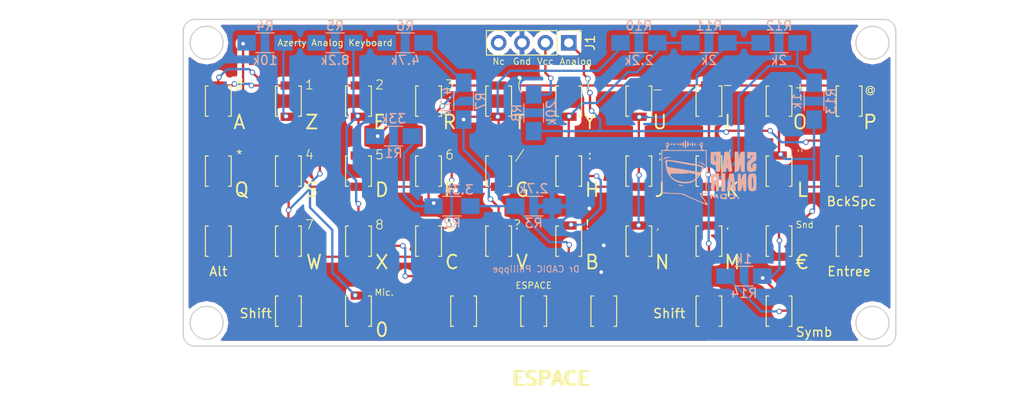
<source format=kicad_pcb>
(kicad_pcb (version 4) (host pcbnew 4.0.7)
  (layers (0 F.Cu signal) (31 B.Cu signal) (34 B.Paste user) (35 F.Paste user) (36 B.SilkS user) (37 F.SilkS user) (38 B.Mask user) (39 F.Mask user) (44 Edge.Cuts user))
  (net 0 "")
  (net 1 GND)
  (net 2 Analog_Input)
  (net 3 Vcc)
  (net 4 "Net-(0_1-Pad1)")
  (net 5 "Net-(A1-Pad1)")
  (net 6 "Net-(A1-Pad2)")
  (net 7 "Net-(Alt1-Pad2)")
  (net 8 "Net-(B1-Pad1)")
  (net 9 "Net-(BkSp1-Pad2)")
  (net 10 "Net-(C1-Pad1)")
  (net 11 "Net-(D1-Pad1)")
  (net 12 "Net-(EUR1-Pad1)")
  (net 13 "Net-(G1-Pad1)")
  (net 14 "Net-(I1-Pad1)")
  (net 15 "Net-(J2-Pad1)")
  (module stm32china:SW_SPST_B3U-1000P (layer F.Cu) (at 151.13 109.22 270)
    (fp_text reference ESPACE (at -2.794 -7.62 360) (layer F.SilkS) (effects (font (size 0.7 0.7) (thickness 0.1))))
    (fp_text value SW_Push_45deg)
    (pad 1 smd rect (at -1.7 0 270) (size 0.9 1.7) (layers F.Cu F.Paste F.Mask) (net 11 "Net-(D1-Pad1)"))
    (pad 2 smd rect (at 1.7 0 270) (size 0.9 1.7) (layers F.Cu F.Paste F.Mask) (net 1 GND))
  )
  (module stm32china:SW_SPST_B3U-1000P (layer F.Cu) (at 158.75 109.22 270)
    (fp_text reference ESPACE (at 7.3406 -2.0066 360) (layer F.SilkS) (effects (font (size 1.5 1.5) (thickness 0.2))))
    (fp_text value SW_Push_45deg)
    (pad 1 smd rect (at -1.7 0 270) (size 0.9 1.7) (layers F.Cu F.Paste F.Mask) (net 11 "Net-(D1-Pad1)"))
    (pad 2 smd rect (at 1.7 0 270) (size 0.9 1.7) (layers F.Cu F.Paste F.Mask) (net 1 GND))
  )
  (module stm32china:SW_SPST_B3U-1000P (layer F.Cu) (at 139.7 109.22 270)
    (fp_text reference 0 (at 2.032 -2.54 360) (layer F.SilkS) (effects (font (size 1.5 1.5) (thickness 0.2))))
    (fp_text value SW_Push_45deg)
    (pad 1 smd rect (at -1.7 0 270) (size 0.9 1.7) (layers F.Cu F.Paste F.Mask) (net 4 "Net-(0_1-Pad1)"))
    (pad 2 smd rect (at 1.7 0 270) (size 0.9 1.7) (layers F.Cu F.Paste F.Mask) (net 1 GND))
  )
  (module stm32china:SW_SPST_B3U-1000P (layer F.Cu) (at 124.46 86.36 90)
    (fp_text reference A (at -2.286 2.286 180) (layer F.SilkS) (effects (font (size 1.5 1.5) (thickness 0.2))))
    (fp_text value SW_Push_45deg)
    (pad 1 smd rect (at -1.7 0 90) (size 0.9 1.7) (layers F.Cu F.Paste F.Mask) (net 5 "Net-(A1-Pad1)"))
    (pad 2 smd rect (at 1.7 0 90) (size 0.9 1.7) (layers F.Cu F.Paste F.Mask) (net 6 "Net-(A1-Pad2)"))
  )
  (module stm32china:SW_SPST_B3U-1000P (layer F.Cu) (at 124.46 101.6 90)
    (fp_text reference Alt (at -3.302 0 180) (layer F.SilkS))
    (fp_text value SW_Push_45deg)
    (pad 1 smd rect (at -1.7 0 90) (size 0.9 1.7) (layers F.Cu F.Paste F.Mask) (net 5 "Net-(A1-Pad1)"))
    (pad 2 smd rect (at 1.7 0 90) (size 0.9 1.7) (layers F.Cu F.Paste F.Mask) (net 7 "Net-(Alt1-Pad2)"))
  )
  (module stm32china:SW_SPST_B3U-1000P (layer F.Cu) (at 162.56 101.6 270)
    (fp_text reference B (at 2.286 -2.54 360) (layer F.SilkS) (effects (font (size 1.5 1.5) (thickness 0.2))))
    (fp_text value SW_Push_45deg)
    (pad 1 smd rect (at -1.7 0 270) (size 0.9 1.7) (layers F.Cu F.Paste F.Mask) (net 8 "Net-(B1-Pad1)"))
    (pad 2 smd rect (at 1.7 0 270) (size 0.9 1.7) (layers F.Cu F.Paste F.Mask) (net 7 "Net-(Alt1-Pad2)"))
  )
  (module stm32china:SW_SPST_B3U-1000P (layer F.Cu) (at 193.04 93.98 270)
    (fp_text reference BckSpc (at 3.302 -0.254 360) (layer F.SilkS))
    (fp_text value SW_Push_45deg)
    (pad 1 smd rect (at -1.7 0 270) (size 0.9 1.7) (layers F.Cu F.Paste F.Mask) (net 2 Analog_Input))
    (pad 2 smd rect (at 1.7 0 270) (size 0.9 1.7) (layers F.Cu F.Paste F.Mask) (net 9 "Net-(BkSp1-Pad2)"))
  )
  (module stm32china:SW_SPST_B3U-1000P (layer F.Cu) (at 147.32 101.6 270)
    (fp_text reference C (at 2.286 -2.54 360) (layer F.SilkS) (effects (font (size 1.5 1.5) (thickness 0.2))))
    (fp_text value SW_Push_45deg)
    (pad 1 smd rect (at -1.7 0 270) (size 0.9 1.7) (layers F.Cu F.Paste F.Mask) (net 10 "Net-(C1-Pad1)"))
    (pad 2 smd rect (at 1.7 0 270) (size 0.9 1.7) (layers F.Cu F.Paste F.Mask) (net 7 "Net-(Alt1-Pad2)"))
  )
  (module stm32china:SW_SPST_B3U-1000P (layer F.Cu) (at 139.7 93.98 270)
    (fp_text reference D (at 2.032 -2.54 360) (layer F.SilkS) (effects (font (size 1.5 1.5) (thickness 0.2))))
    (fp_text value SW_Push_45deg)
    (pad 1 smd rect (at -1.7 0 270) (size 0.9 1.7) (layers F.Cu F.Paste F.Mask) (net 11 "Net-(D1-Pad1)"))
    (pad 2 smd rect (at 1.7 0 270) (size 0.9 1.7) (layers F.Cu F.Paste F.Mask) (net 9 "Net-(BkSp1-Pad2)"))
  )
  (module stm32china:SW_SPST_B3U-1000P (layer F.Cu) (at 139.7 86.36 90)
    (fp_text reference E (at -2.286 2.286 180) (layer F.SilkS) (effects (font (size 1.5 1.5) (thickness 0.2))))
    (fp_text value SW_Push_45deg)
    (pad 1 smd rect (at -1.7 0 90) (size 0.9 1.7) (layers F.Cu F.Paste F.Mask) (net 11 "Net-(D1-Pad1)"))
    (pad 2 smd rect (at 1.7 0 90) (size 0.9 1.7) (layers F.Cu F.Paste F.Mask) (net 6 "Net-(A1-Pad2)"))
  )
  (module stm32china:SW_SPST_B3U-1000P (layer F.Cu) (at 185.42 101.6 270)
    (fp_text reference € (at 2.286 -2.54 360) (layer F.SilkS) (effects (font (size 1.5 1.5) (thickness 0.2))))
    (fp_text value SW_Push_45deg)
    (pad 1 smd rect (at -1.7 0 270) (size 0.9 1.7) (layers F.Cu F.Paste F.Mask) (net 12 "Net-(EUR1-Pad1)"))
    (pad 2 smd rect (at 1.7 0 270) (size 0.9 1.7) (layers F.Cu F.Paste F.Mask) (net 7 "Net-(Alt1-Pad2)"))
  )
  (module stm32china:SW_SPST_B3U-1000P (layer F.Cu) (at 147.32 93.98 270)
    (fp_text reference F (at 2.032 -2.286 360) (layer F.SilkS) (effects (font (size 1.5 1.5) (thickness 0.2))))
    (fp_text value SW_Push_45deg)
    (pad 1 smd rect (at -1.7 0 270) (size 0.9 1.7) (layers F.Cu F.Paste F.Mask) (net 10 "Net-(C1-Pad1)"))
    (pad 2 smd rect (at 1.7 0 270) (size 0.9 1.7) (layers F.Cu F.Paste F.Mask) (net 9 "Net-(BkSp1-Pad2)"))
  )
  (module stm32china:SW_SPST_B3U-1000P (layer F.Cu) (at 154.94 93.98 270)
    (fp_text reference G (at 2.032 -2.54 360) (layer F.SilkS) (effects (font (size 1.5 1.5) (thickness 0.2))))
    (fp_text value SW_Push_45deg)
    (pad 1 smd rect (at -1.7 0 270) (size 0.9 1.7) (layers F.Cu F.Paste F.Mask) (net 13 "Net-(G1-Pad1)"))
    (pad 2 smd rect (at 1.7 0 270) (size 0.9 1.7) (layers F.Cu F.Paste F.Mask) (net 9 "Net-(BkSp1-Pad2)"))
  )
  (module stm32china:SW_SPST_B3U-1000P (layer F.Cu) (at 162.56 93.98 270)
    (fp_text reference H (at 2.032 -2.54 360) (layer F.SilkS) (effects (font (size 1.5 1.5) (thickness 0.2))))
    (fp_text value SW_Push_45deg)
    (pad 1 smd rect (at -1.7 0 270) (size 0.9 1.7) (layers F.Cu F.Paste F.Mask) (net 8 "Net-(B1-Pad1)"))
    (pad 2 smd rect (at 1.7 0 270) (size 0.9 1.7) (layers F.Cu F.Paste F.Mask) (net 9 "Net-(BkSp1-Pad2)"))
  )
  (module stm32china:SW_SPST_B3U-1000P (layer F.Cu) (at 177.8 86.36 90)
    (fp_text reference I (at -2.286 2.032 180) (layer F.SilkS) (effects (font (size 1.5 1.5) (thickness 0.2))))
    (fp_text value SW_Push_45deg)
    (pad 1 smd rect (at -1.7 0 90) (size 0.9 1.7) (layers F.Cu F.Paste F.Mask) (net 14 "Net-(I1-Pad1)"))
    (pad 2 smd rect (at 1.7 0 90) (size 0.9 1.7) (layers F.Cu F.Paste F.Mask) (net 6 "Net-(A1-Pad2)"))
  )
  (module Socket_Strips:Socket_Strip_Straight_1x04_Pitch2.54mm (layer F.Cu) (at 162.56 80.01 270)
    (fp_text reference J1 (at 0 -2.33 270) (layer F.SilkS))
    (fp_text value AtinyCon)
    (pad 1 thru_hole rect (at 0 0 270) (size 1.7 1.7) (drill 1) (layers *.Cu *.Mask) (net 2 Analog_Input))
    (pad 2 thru_hole oval (at 0 2.54 270) (size 1.7 1.7) (drill 1) (layers *.Cu *.Mask) (net 3 Vcc))
    (pad 3 thru_hole oval (at 0 5.08 270) (size 1.7 1.7) (drill 1) (layers *.Cu *.Mask) (net 1 GND))
    (pad 4 thru_hole oval (at 0 7.62 270) (size 1.7 1.7) (drill 1) (layers *.Cu *.Mask))
  )
  (module stm32china:SW_SPST_B3U-1000P (layer F.Cu) (at 170.18 93.98 270)
    (fp_text reference J (at 2.032 -2.286 360) (layer F.SilkS) (effects (font (size 1.5 1.5) (thickness 0.2))))
    (fp_text value SW_Push_45deg)
    (pad 1 smd rect (at -1.7 0 270) (size 0.9 1.7) (layers F.Cu F.Paste F.Mask) (net 15 "Net-(J2-Pad1)"))
    (pad 2 smd rect (at 1.7 0 270) (size 0.9 1.7) (layers F.Cu F.Paste F.Mask) (net 9 "Net-(BkSp1-Pad2)"))
  )
  (module stm32china:SW_SPST_B3U-1000P (layer F.Cu) (at 177.8 93.98 270)
    (fp_text reference K (at 2.032 -2.54 360) (layer F.SilkS) (effects (font (size 1.5 1.5) (thickness 0.2))))
    (fp_text value SW_Push_45deg)
    (pad 1 smd rect (at -1.7 0 270) (size 0.9 1.7) (layers F.Cu F.Paste F.Mask) (net 14 "Net-(I1-Pad1)"))
    (pad 2 smd rect (at 1.7 0 270) (size 0.9 1.7) (layers F.Cu F.Paste F.Mask) (net 9 "Net-(BkSp1-Pad2)"))
  )
  (module stm32china:SW_SPST_B3U-1000P (layer F.Cu) (at 185.42 93.98 270)
    (fp_text reference L (at 2.032 -2.54 360) (layer F.SilkS) (effects (font (size 1.5 1.5) (thickness 0.2))))
    (fp_text value SW_Push_45deg)
    (pad 1 smd rect (at -1.7 0 270) (size 0.9 1.7) (layers F.Cu F.Paste F.Mask) (net 12 "Net-(EUR1-Pad1)"))
    (pad 2 smd rect (at 1.7 0 270) (size 0.9 1.7) (layers F.Cu F.Paste F.Mask) (net 9 "Net-(BkSp1-Pad2)"))
  )
  (module stm32china:SW_SPST_B3U-1000P (layer F.Cu) (at 177.8 101.6 90)
    (fp_text reference M (at -2.286 2.54 180) (layer F.SilkS) (effects (font (size 1.5 1.5) (thickness 0.2))))
    (fp_text value SW_Push_45deg)
    (pad 1 smd rect (at -1.7 0 90) (size 0.9 1.7) (layers F.Cu F.Paste F.Mask) (net 14 "Net-(I1-Pad1)"))
    (pad 2 smd rect (at 1.7 0 90) (size 0.9 1.7) (layers F.Cu F.Paste F.Mask) (net 7 "Net-(Alt1-Pad2)"))
  )
  (module stm32china:SW_SPST_B3U-1000P (layer F.Cu) (at 170.18 101.6 270)
    (fp_text reference N (at 2.286 -2.54 360) (layer F.SilkS) (effects (font (size 1.5 1.5) (thickness 0.2))))
    (fp_text value SW_Push_45deg)
    (pad 1 smd rect (at -1.7 0 270) (size 0.9 1.7) (layers F.Cu F.Paste F.Mask) (net 15 "Net-(J2-Pad1)"))
    (pad 2 smd rect (at 1.7 0 270) (size 0.9 1.7) (layers F.Cu F.Paste F.Mask) (net 7 "Net-(Alt1-Pad2)"))
  )
  (module stm32china:SW_SPST_B3U-1000P (layer F.Cu) (at 185.42 86.36 90)
    (fp_text reference O (at -2.286 2.286 180) (layer F.SilkS) (effects (font (size 1.5 1.5) (thickness 0.2))))
    (fp_text value SW_Push_45deg)
    (pad 1 smd rect (at -1.7 0 90) (size 0.9 1.7) (layers F.Cu F.Paste F.Mask) (net 12 "Net-(EUR1-Pad1)"))
    (pad 2 smd rect (at 1.7 0 90) (size 0.9 1.7) (layers F.Cu F.Paste F.Mask) (net 6 "Net-(A1-Pad2)"))
  )
  (module stm32china:SW_SPST_B3U-1000P (layer F.Cu) (at 193.04 86.36 90)
    (fp_text reference P (at -2.286 2.286 180) (layer F.SilkS) (effects (font (size 1.5 1.5) (thickness 0.2))))
    (fp_text value SW_Push_45deg)
    (pad 1 smd rect (at -1.7 0 90) (size 0.9 1.7) (layers F.Cu F.Paste F.Mask) (net 2 Analog_Input))
    (pad 2 smd rect (at 1.7 0 90) (size 0.9 1.7) (layers F.Cu F.Paste F.Mask) (net 6 "Net-(A1-Pad2)"))
  )
  (module stm32china:SW_SPST_B3U-1000P (layer F.Cu) (at 124.46 93.98 270)
    (fp_text reference Q (at 2.032 -2.54 360) (layer F.SilkS) (effects (font (size 1.5 1.5) (thickness 0.2))))
    (fp_text value SW_Push_45deg)
    (pad 1 smd rect (at -1.7 0 270) (size 0.9 1.7) (layers F.Cu F.Paste F.Mask) (net 5 "Net-(A1-Pad1)"))
    (pad 2 smd rect (at 1.7 0 270) (size 0.9 1.7) (layers F.Cu F.Paste F.Mask) (net 9 "Net-(BkSp1-Pad2)"))
  )
  (module Resistors_SMD:R_1206_HandSoldering (layer B.Cu) (at 143.51 90.17)
    (fp_text reference R1 (at 0 1.85) (layer B.SilkS) (effects (justify mirror)))
    (fp_text value 33k (at 0 -1.9) (layer B.SilkS) (effects (justify mirror)))
    (pad 1 smd rect (at -2 0) (size 2 1.7) (layers B.Cu B.Paste B.Mask) (net 6 "Net-(A1-Pad2)"))
    (pad 2 smd rect (at 2 0) (size 2 1.7) (layers B.Cu B.Paste B.Mask) (net 9 "Net-(BkSp1-Pad2)"))
  )
  (module Resistors_SMD:R_1206_HandSoldering (layer B.Cu) (at 149.86 97.79)
    (fp_text reference R2 (at 0 1.85) (layer B.SilkS) (effects (justify mirror)))
    (fp_text value 3.3k (at 0.762 -1.778) (layer B.SilkS) (effects (justify mirror)))
    (pad 1 smd rect (at -2 0) (size 2 1.7) (layers B.Cu B.Paste B.Mask) (net 9 "Net-(BkSp1-Pad2)"))
    (pad 2 smd rect (at 2 0) (size 2 1.7) (layers B.Cu B.Paste B.Mask) (net 7 "Net-(Alt1-Pad2)"))
  )
  (module Resistors_SMD:R_1206_HandSoldering (layer B.Cu) (at 158.75 97.79)
    (fp_text reference R3 (at 0 1.85) (layer B.SilkS) (effects (justify mirror)))
    (fp_text value 2.7k (at 0 -1.9) (layer B.SilkS) (effects (justify mirror)))
    (pad 1 smd rect (at -2 0) (size 2 1.7) (layers B.Cu B.Paste B.Mask) (net 7 "Net-(Alt1-Pad2)"))
    (pad 2 smd rect (at 2 0) (size 2 1.7) (layers B.Cu B.Paste B.Mask) (net 1 GND))
  )
  (module Resistors_SMD:R_1206_HandSoldering (layer B.Cu) (at 129.54 80.01 180)
    (fp_text reference R4 (at 0 1.85 180) (layer B.SilkS) (effects (justify mirror)))
    (fp_text value 10k (at 0 -1.9 180) (layer B.SilkS) (effects (justify mirror)))
    (pad 1 smd rect (at -2 0 180) (size 2 1.7) (layers B.Cu B.Paste B.Mask) (net 4 "Net-(0_1-Pad1)"))
    (pad 2 smd rect (at 2 0 180) (size 2 1.7) (layers B.Cu B.Paste B.Mask) (net 5 "Net-(A1-Pad1)"))
  )
  (module Resistors_SMD:R_1206_HandSoldering (layer B.Cu) (at 137.16 80.01 180)
    (fp_text reference R5 (at 0 1.85 180) (layer B.SilkS) (effects (justify mirror)))
    (fp_text value 8.2k (at 0 -1.9 180) (layer B.SilkS) (effects (justify mirror)))
    (pad 1 smd rect (at -2 0 180) (size 2 1.7) (layers B.Cu B.Paste B.Mask) (net 11 "Net-(D1-Pad1)"))
    (pad 2 smd rect (at 2 0 180) (size 2 1.7) (layers B.Cu B.Paste B.Mask) (net 4 "Net-(0_1-Pad1)"))
  )
  (module Resistors_SMD:R_1206_HandSoldering (layer B.Cu) (at 144.78 80.01 180)
    (fp_text reference R6 (at 0 1.85 180) (layer B.SilkS) (effects (justify mirror)))
    (fp_text value 4.7k (at 0 -1.9 180) (layer B.SilkS) (effects (justify mirror)))
    (pad 1 smd rect (at -2 0 180) (size 2 1.7) (layers B.Cu B.Paste B.Mask) (net 10 "Net-(C1-Pad1)"))
    (pad 2 smd rect (at 2 0 180) (size 2 1.7) (layers B.Cu B.Paste B.Mask) (net 11 "Net-(D1-Pad1)"))
  )
  (module Resistors_SMD:R_1206_HandSoldering (layer B.Cu) (at 151.13 86.36 90)
    (fp_text reference R7 (at 0 1.85 90) (layer B.SilkS) (effects (justify mirror)))
    (fp_text value 4.7k (at 0 -1.9 90) (layer B.SilkS) (effects (justify mirror)))
    (pad 1 smd rect (at -2 0 90) (size 2 1.7) (layers B.Cu B.Paste B.Mask) (net 13 "Net-(G1-Pad1)"))
    (pad 2 smd rect (at 2 0 90) (size 2 1.7) (layers B.Cu B.Paste B.Mask) (net 10 "Net-(C1-Pad1)"))
  )
  (module Resistors_SMD:R_1206_HandSoldering (layer B.Cu) (at 158.75 87.63 270)
    (fp_text reference R8 (at 0 1.85 270) (layer B.SilkS) (effects (justify mirror)))
    (fp_text value 20k (at 0 -1.9 270) (layer B.SilkS) (effects (justify mirror)))
    (pad 1 smd rect (at -2 0 270) (size 2 1.7) (layers B.Cu B.Paste B.Mask) (net 3 Vcc))
    (pad 2 smd rect (at 2 0 270) (size 2 1.7) (layers B.Cu B.Paste B.Mask) (net 2 Analog_Input))
  )
  (module stm32china:SW_SPST_B3U-1000P (layer F.Cu) (at 147.32 86.36 90)
    (fp_text reference R (at -2.286 2.286 180) (layer F.SilkS) (effects (font (size 1.5 1.5) (thickness 0.2))))
    (fp_text value SW_Push_45deg)
    (pad 1 smd rect (at -1.7 0 90) (size 0.9 1.7) (layers F.Cu F.Paste F.Mask) (net 10 "Net-(C1-Pad1)"))
    (pad 2 smd rect (at 1.7 0 90) (size 0.9 1.7) (layers F.Cu F.Paste F.Mask) (net 6 "Net-(A1-Pad2)"))
  )
  (module Resistors_SMD:R_1206_HandSoldering (layer B.Cu) (at 170.18 80.01 180)
    (fp_text reference R10 (at 0 1.85 180) (layer B.SilkS) (effects (justify mirror)))
    (fp_text value 2.2k (at 0 -1.9 180) (layer B.SilkS) (effects (justify mirror)))
    (pad 1 smd rect (at -2 0 180) (size 2 1.7) (layers B.Cu B.Paste B.Mask) (net 8 "Net-(B1-Pad1)"))
    (pad 2 smd rect (at 2 0 180) (size 2 1.7) (layers B.Cu B.Paste B.Mask) (net 13 "Net-(G1-Pad1)"))
  )
  (module Resistors_SMD:R_1206_HandSoldering (layer B.Cu) (at 177.8 80.01 180)
    (fp_text reference R11 (at 0 1.85 180) (layer B.SilkS) (effects (justify mirror)))
    (fp_text value 2k (at 0 -1.9 180) (layer B.SilkS) (effects (justify mirror)))
    (pad 1 smd rect (at -2 0 180) (size 2 1.7) (layers B.Cu B.Paste B.Mask) (net 15 "Net-(J2-Pad1)"))
    (pad 2 smd rect (at 2 0 180) (size 2 1.7) (layers B.Cu B.Paste B.Mask) (net 8 "Net-(B1-Pad1)"))
  )
  (module Resistors_SMD:R_1206_HandSoldering (layer B.Cu) (at 185.42 80.01 180)
    (fp_text reference R12 (at 0 1.85 180) (layer B.SilkS) (effects (justify mirror)))
    (fp_text value 2k (at 0 -1.9 180) (layer B.SilkS) (effects (justify mirror)))
    (pad 1 smd rect (at -2 0 180) (size 2 1.7) (layers B.Cu B.Paste B.Mask) (net 14 "Net-(I1-Pad1)"))
    (pad 2 smd rect (at 2 0 180) (size 2 1.7) (layers B.Cu B.Paste B.Mask) (net 15 "Net-(J2-Pad1)"))
  )
  (module Resistors_SMD:R_1206_HandSoldering (layer B.Cu) (at 189.23 86.36 90)
    (fp_text reference R13 (at 0 1.85 90) (layer B.SilkS) (effects (justify mirror)))
    (fp_text value 1k (at 0 -1.9 90) (layer B.SilkS) (effects (justify mirror)))
    (pad 1 smd rect (at -2 0 90) (size 2 1.7) (layers B.Cu B.Paste B.Mask) (net 12 "Net-(EUR1-Pad1)"))
    (pad 2 smd rect (at 2 0 90) (size 2 1.7) (layers B.Cu B.Paste B.Mask) (net 14 "Net-(I1-Pad1)"))
  )
  (module Resistors_SMD:R_1206_HandSoldering (layer B.Cu) (at 181.61 105.41)
    (fp_text reference R14 (at 0 1.85) (layer B.SilkS) (effects (justify mirror)))
    (fp_text value 1k (at 0 -1.9) (layer B.SilkS) (effects (justify mirror)))
    (pad 1 smd rect (at -2 0) (size 2 1.7) (layers B.Cu B.Paste B.Mask) (net 2 Analog_Input))
    (pad 2 smd rect (at 2 0) (size 2 1.7) (layers B.Cu B.Paste B.Mask) (net 12 "Net-(EUR1-Pad1)"))
  )
  (module stm32china:SW_SPST_B3U-1000P (layer F.Cu) (at 193.04 101.6 270)
    (fp_text reference Entree (at 3.302 0 360) (layer F.SilkS))
    (fp_text value SW_Push_45deg)
    (pad 1 smd rect (at -1.7 0 270) (size 0.9 1.7) (layers F.Cu F.Paste F.Mask) (net 2 Analog_Input))
    (pad 2 smd rect (at 1.7 0 270) (size 0.9 1.7) (layers F.Cu F.Paste F.Mask) (net 7 "Net-(Alt1-Pad2)"))
  )
  (module stm32china:SW_SPST_B3U-1000P (layer F.Cu) (at 132.08 93.98 90)
    (fp_text reference S (at -2.032 2.54 180) (layer F.SilkS) (effects (font (size 1.5 1.5) (thickness 0.2))))
    (fp_text value SW_Push_45deg)
    (pad 1 smd rect (at -1.7 0 90) (size 0.9 1.7) (layers F.Cu F.Paste F.Mask) (net 4 "Net-(0_1-Pad1)"))
    (pad 2 smd rect (at 1.7 0 90) (size 0.9 1.7) (layers F.Cu F.Paste F.Mask) (net 9 "Net-(BkSp1-Pad2)"))
  )
  (module stm32china:SW_SPST_B3U-1000P (layer F.Cu) (at 132.08 109.22 270)
    (fp_text reference Shift (at 0.254 3.556 360) (layer F.SilkS))
    (fp_text value SW_Push_45deg)
    (pad 1 smd rect (at -1.7 0 270) (size 0.9 1.7) (layers F.Cu F.Paste F.Mask) (net 5 "Net-(A1-Pad1)"))
    (pad 2 smd rect (at 1.7 0 270) (size 0.9 1.7) (layers F.Cu F.Paste F.Mask) (net 1 GND))
  )
  (module stm32china:SW_SPST_B3U-1000P (layer F.Cu) (at 177.8 109.22 90)
    (fp_text reference Shift (at -0.254 -4.318 180) (layer F.SilkS))
    (fp_text value SW_Push_45deg)
    (pad 1 smd rect (at -1.7 0 90) (size 0.9 1.7) (layers F.Cu F.Paste F.Mask) (net 2 Analog_Input))
    (pad 2 smd rect (at 1.7 0 90) (size 0.9 1.7) (layers F.Cu F.Paste F.Mask) (net 1 GND))
  )
  (module stm32china:SW_SPST_B3U-1000P (layer F.Cu) (at 166.37 109.22 270)
    (fp_text reference ESPACE (at 7.3406 5.8674 360) (layer F.SilkS) (effects (font (size 1.5 1.5) (thickness 0.2))))
    (fp_text value SW_Push_45deg)
    (pad 1 smd rect (at -1.7 0 270) (size 0.9 1.7) (layers F.Cu F.Paste F.Mask) (net 11 "Net-(D1-Pad1)"))
    (pad 2 smd rect (at 1.7 0 270) (size 0.9 1.7) (layers F.Cu F.Paste F.Mask) (net 1 GND))
  )
  (module stm32china:SW_SPST_B3U-1000P (layer F.Cu) (at 185.42 109.22 270)
    (fp_text reference Symb (at 2.286 -3.81 360) (layer F.SilkS))
    (fp_text value SW_Push_45deg)
    (pad 1 smd rect (at -1.7 0 270) (size 0.9 1.7) (layers F.Cu F.Paste F.Mask) (net 12 "Net-(EUR1-Pad1)"))
    (pad 2 smd rect (at 1.7 0 270) (size 0.9 1.7) (layers F.Cu F.Paste F.Mask) (net 1 GND))
  )
  (module stm32china:SW_SPST_B3U-1000P (layer F.Cu) (at 154.94 86.36 90)
    (fp_text reference T (at -2.286 2.286 180) (layer F.SilkS) (effects (font (size 1.5 1.5) (thickness 0.2))))
    (fp_text value SW_Push_45deg)
    (pad 1 smd rect (at -1.7 0 90) (size 0.9 1.7) (layers F.Cu F.Paste F.Mask) (net 13 "Net-(G1-Pad1)"))
    (pad 2 smd rect (at 1.7 0 90) (size 0.9 1.7) (layers F.Cu F.Paste F.Mask) (net 6 "Net-(A1-Pad2)"))
  )
  (module stm32china:SW_SPST_B3U-1000P (layer F.Cu) (at 170.18 86.36 90)
    (fp_text reference U (at -2.286 2.286 180) (layer F.SilkS) (effects (font (size 1.5 1.5) (thickness 0.2))))
    (fp_text value SW_Push_45deg)
    (pad 1 smd rect (at -1.7 0 90) (size 0.9 1.7) (layers F.Cu F.Paste F.Mask) (net 15 "Net-(J2-Pad1)"))
    (pad 2 smd rect (at 1.7 0 90) (size 0.9 1.7) (layers F.Cu F.Paste F.Mask) (net 6 "Net-(A1-Pad2)"))
  )
  (module stm32china:SW_SPST_B3U-1000P (layer F.Cu) (at 154.94 101.6 270)
    (fp_text reference V (at 2.286 -2.54 360) (layer F.SilkS) (effects (font (size 1.5 1.5) (thickness 0.2))))
    (fp_text value SW_Push_45deg)
    (pad 1 smd rect (at -1.7 0 270) (size 0.9 1.7) (layers F.Cu F.Paste F.Mask) (net 13 "Net-(G1-Pad1)"))
    (pad 2 smd rect (at 1.7 0 270) (size 0.9 1.7) (layers F.Cu F.Paste F.Mask) (net 7 "Net-(Alt1-Pad2)"))
  )
  (module stm32china:SW_SPST_B3U-1000P (layer F.Cu) (at 132.08 101.6 270)
    (fp_text reference W (at 2.286 -2.794 360) (layer F.SilkS) (effects (font (size 1.5 1.5) (thickness 0.2))))
    (fp_text value SW_Push_45deg)
    (pad 1 smd rect (at -1.7 0 270) (size 0.9 1.7) (layers F.Cu F.Paste F.Mask) (net 4 "Net-(0_1-Pad1)"))
    (pad 2 smd rect (at 1.7 0 270) (size 0.9 1.7) (layers F.Cu F.Paste F.Mask) (net 7 "Net-(Alt1-Pad2)"))
  )
  (module stm32china:SW_SPST_B3U-1000P (layer F.Cu) (at 139.7 101.6 270)
    (fp_text reference X (at 2.286 -2.54 360) (layer F.SilkS) (effects (font (size 1.5 1.5) (thickness 0.2))))
    (fp_text value SW_Push_45deg)
    (pad 1 smd rect (at -1.7 0 270) (size 0.9 1.7) (layers F.Cu F.Paste F.Mask) (net 11 "Net-(D1-Pad1)"))
    (pad 2 smd rect (at 1.7 0 270) (size 0.9 1.7) (layers F.Cu F.Paste F.Mask) (net 7 "Net-(Alt1-Pad2)"))
  )
  (module stm32china:SW_SPST_B3U-1000P (layer F.Cu) (at 162.56 86.36 90)
    (fp_text reference Y (at -2.286 2.286 180) (layer F.SilkS) (effects (font (size 1.5 1.5) (thickness 0.2))))
    (fp_text value SW_Push_45deg)
    (pad 1 smd rect (at -1.7 0 90) (size 0.9 1.7) (layers F.Cu F.Paste F.Mask) (net 8 "Net-(B1-Pad1)"))
    (pad 2 smd rect (at 1.7 0 90) (size 0.9 1.7) (layers F.Cu F.Paste F.Mask) (net 6 "Net-(A1-Pad2)"))
  )
  (module stm32china:SW_SPST_B3U-1000P (layer F.Cu) (at 132.08 86.36 90)
    (fp_text reference Z (at -2.286 2.54 180) (layer F.SilkS) (effects (font (size 1.5 1.5) (thickness 0.2))))
    (fp_text value SW_Push_45deg)
    (pad 1 smd rect (at -1.7 0 90) (size 0.9 1.7) (layers F.Cu F.Paste F.Mask) (net 4 "Net-(0_1-Pad1)"))
    (pad 2 smd rect (at 1.7 0 90) (size 0.9 1.7) (layers F.Cu F.Paste F.Mask) (net 6 "Net-(A1-Pad2)"))
  )
  (module stm32china:SOA_Logo (layer B.Cu) (at 177.8 94.234 180)
    (fp_text reference G*** hide)
    (fp_text value LOGO hide)
  )
  (gr_text Mic. (at 142.494 107.188) (layer F.SilkS) (effects (font (size 0.7 0.7) (thickness 0.1))))
  (gr_text Nc (at 154.94 82.042) (layer F.SilkS) (effects (font (size 0.7 0.7) (thickness 0.1))))
  (gr_text Analog (at 163.322 82.042) (layer F.SilkS) (effects (font (size 0.7 0.7) (thickness 0.1))))
  (gr_text Vcc (at 160.02 82.042) (layer F.SilkS) (effects (font (size 0.7 0.7) (thickness 0.1))))
  (gr_text Gnd (at 157.48 82.042) (layer F.SilkS) (effects (font (size 0.7 0.7) (thickness 0.1))))
  (gr_text Snd (at 188.214 99.822) (layer F.SilkS) (effects (font (size 0.7 0.7) (thickness 0.1))))
  (gr_text . (at 179.832 99.822) (layer F.SilkS) (effects (font (size 1 1) (thickness 0.1))))
  (gr_text , (at 172.212 99.822) (layer F.SilkS) (effects (font (size 1 1) (thickness 0.1))))
  (gr_text ! (at 164.592 99.822) (layer F.SilkS) (effects (font (size 1 1) (thickness 0.1))))
  (gr_text ? (at 156.972 99.822) (layer F.SilkS) (effects (font (size 1 1) (thickness 0.1))))
  (gr_text 9 (at 149.606 100.076) (layer F.SilkS) (effects (font (size 1 1) (thickness 0.1))))
  (gr_text 8 (at 141.986 99.822) (layer F.SilkS) (effects (font (size 1 1) (thickness 0.1))))
  (gr_text 7 (at 134.366 99.822) (layer F.SilkS) (effects (font (size 1 1) (thickness 0.1))))
  (gr_text "\"" (at 187.706 92.202) (layer F.SilkS) (effects (font (size 1 1) (thickness 0.1))))
  (gr_text ' (at 180.086 92.202) (layer F.SilkS) (effects (font (size 1 1) (thickness 0.1))))
  (gr_text ; (at 172.466 92.202) (layer F.SilkS) (effects (font (size 1 1) (thickness 0.1))))
  (gr_text : (at 164.846 92.202) (layer F.SilkS) (effects (font (size 1 1) (thickness 0.1))))
  (gr_text / (at 157.226 92.202) (layer F.SilkS) (effects (font (size 1 1) (thickness 0.1))))
  (gr_text 6 (at 149.606 92.202) (layer F.SilkS) (effects (font (size 1 1) (thickness 0.1))))
  (gr_text 5 (at 141.986 92.202) (layer F.SilkS) (effects (font (size 1 1) (thickness 0.1))))
  (gr_text 4 (at 134.366 92.202) (layer F.SilkS) (effects (font (size 1 1) (thickness 0.1))))
  (gr_text * (at 126.746 92.202) (layer F.SilkS) (effects (font (size 1 1) (thickness 0.1))))
  (gr_text @ (at 195.326 85.09) (layer F.SilkS) (effects (font (size 1 1) (thickness 0.1))))
  (gr_text + (at 187.706 84.836) (layer F.SilkS) (effects (font (size 1 1) (thickness 0.1))))
  (gr_text - (at 179.832 84.582) (layer F.SilkS) (effects (font (size 1 1) (thickness 0.1))))
  (gr_text _ (at 172.212 84.582) (layer F.SilkS) (effects (font (size 1 1) (thickness 0.1))))
  (gr_text ")" (at 164.592 84.582) (layer F.SilkS) (effects (font (size 1 1) (thickness 0.1))))
  (gr_text "(" (at 157.226 84.582) (layer F.SilkS) (effects (font (size 1 1) (thickness 0.1))))
  (gr_text 3 (at 149.606 84.582) (layer F.SilkS) (effects (font (size 1 1) (thickness 0.1))))
  (gr_text 2 (at 141.986 84.582) (layer F.SilkS) (effects (font (size 1 1) (thickness 0.1))))
  (gr_text 1 (at 134.366 84.582) (layer F.SilkS) (effects (font (size 1 1) (thickness 0.1))))
  (gr_text "#" (at 126.746 84.582) (layer F.SilkS) (effects (font (size 1 1) (thickness 0.1))))
  (gr_text "Dr CADIC Philippe" (at 159.004 104.648) (layer B.SilkS) (effects (font (size 0.7 0.7) (thickness 0.1)) (justify mirror)))
  (gr_text "Azerty Analog Keyboard" (at 137.16 80.01) (layer F.SilkS) (effects (font (size 0.7 0.7) (thickness 0.1))))
  (gr_circle (center 195.58 80.01) (end 196.85 78.74) (layer Edge.Cuts) (width 0.15))
  (gr_circle (center 123.19 80.01) (end 124.46 78.74) (layer Edge.Cuts) (width 0.15))
  (gr_arc (start 121.92 78.74) (end 120.65 78.74) (angle 90) (layer Edge.Cuts) (width 0.15))
  (gr_arc (start 196.85 78.74) (end 196.85 77.47) (angle 90) (layer Edge.Cuts) (width 0.15))
  (gr_line (start 198.12 82.55) (end 198.12 78.74) (angle 90) (layer Edge.Cuts) (width 0.15))
  (gr_line (start 120.65 82.55) (end 120.65 78.74) (angle 90) (layer Edge.Cuts) (width 0.15))
  (gr_line (start 196.85 77.47) (end 121.92 77.47) (angle 90) (layer Edge.Cuts) (width 0.15))
  (gr_circle (center 195.58 110.49) (end 196.85 109.22) (layer Edge.Cuts) (width 0.15))
  (gr_circle (center 123.19 110.49) (end 124.46 109.22) (layer Edge.Cuts) (width 0.15))
  (gr_arc (start 196.85 111.76) (end 198.12 111.76) (angle 90) (layer Edge.Cuts) (width 0.15))
  (gr_arc (start 121.92 111.76) (end 121.92 113.03) (angle 90) (layer Edge.Cuts) (width 0.15))
  (gr_line (start 120.65 111.76) (end 120.65 82.55) (angle 90) (layer Edge.Cuts) (width 0.15))
  (gr_line (start 196.85 113.03) (end 121.92 113.03) (angle 90) (layer Edge.Cuts) (width 0.15))
  (gr_line (start 198.12 82.55) (end 198.12 111.76) (angle 90) (layer Edge.Cuts) (width 0.15))
  (segment (start 160.75 97.79) (end 160.75 95.0148) (width 0.25) (layer B.Cu) (net 1))
  (segment (start 157.48 83.5406) (end 157.48 80.01) (width 0.25) (layer F.Cu) (net 1))
  (segment (start 157.2006 83.82) (end 157.48 83.5406) (width 0.25) (layer F.Cu) (net 1))
  (via (at 157.2006 83.82) (size 0.6) (drill 0.4) (layers F.Cu B.Cu) (net 1))
  (segment (start 157.0736 83.947) (end 157.2006 83.82) (width 0.25) (layer B.Cu) (net 1))
  (segment (start 157.0736 91.3384) (end 157.0736 83.947) (width 0.25) (layer B.Cu) (net 1))
  (segment (start 160.75 95.0148) (end 157.0736 91.3384) (width 0.25) (layer B.Cu) (net 1))
  (segment (start 160.75 97.79) (end 164.5412 97.79) (width 0.25) (layer B.Cu) (net 1))
  (segment (start 168.6324 107.52) (end 171.3212 107.52) (width 0.25) (layer F.Cu) (net 1))
  (segment (start 166.0906 104.9782) (end 168.6324 107.52) (width 0.25) (layer F.Cu) (net 1))
  (via (at 166.0906 104.9782) (size 0.6) (drill 0.4) (layers F.Cu B.Cu) (net 1))
  (segment (start 166.0906 102.3366) (end 166.0906 104.9782) (width 0.25) (layer B.Cu) (net 1))
  (segment (start 166.37 102.0572) (end 166.0906 102.3366) (width 0.25) (layer B.Cu) (net 1))
  (via (at 166.37 102.0572) (size 0.6) (drill 0.4) (layers F.Cu B.Cu) (net 1))
  (segment (start 166.37 99.6188) (end 166.37 102.0572) (width 0.25) (layer F.Cu) (net 1))
  (segment (start 164.7952 98.044) (end 166.37 99.6188) (width 0.25) (layer F.Cu) (net 1))
  (via (at 164.7952 98.044) (size 0.6) (drill 0.4) (layers F.Cu B.Cu) (net 1))
  (segment (start 164.5412 97.79) (end 164.7952 98.044) (width 0.25) (layer B.Cu) (net 1))
  (segment (start 177.8 107.52) (end 178.4114 107.52) (width 0.25) (layer F.Cu) (net 1))
  (segment (start 178.4114 107.52) (end 181.8114 110.92) (width 0.25) (layer F.Cu) (net 1))
  (segment (start 181.8114 110.92) (end 185.42 110.92) (width 0.25) (layer F.Cu) (net 1))
  (segment (start 162.5854 110.9454) (end 167.8958 110.9454) (width 0.25) (layer F.Cu) (net 1))
  (segment (start 171.3212 107.52) (end 177.8 107.52) (width 0.25) (layer F.Cu) (net 1))
  (segment (start 167.8958 110.9454) (end 171.3212 107.52) (width 0.25) (layer F.Cu) (net 1))
  (segment (start 139.7 110.92) (end 162.56 110.92) (width 0.25) (layer F.Cu) (net 1))
  (segment (start 162.56 110.92) (end 162.5854 110.9454) (width 0.25) (layer F.Cu) (net 1))
  (segment (start 132.08 110.92) (end 139.7 110.92) (width 0.25) (layer F.Cu) (net 1))
  (segment (start 165.9636 89.63) (end 165.9636 88.3412) (width 0.25) (layer B.Cu) (net 2))
  (segment (start 164.211 81.661) (end 162.56 80.01) (width 0.25) (layer F.Cu) (net 2))
  (segment (start 164.211 83.4644) (end 164.211 81.661) (width 0.25) (layer F.Cu) (net 2))
  (segment (start 164.6428 83.8962) (end 164.211 83.4644) (width 0.25) (layer F.Cu) (net 2))
  (via (at 164.6428 83.8962) (size 0.6) (drill 0.4) (layers F.Cu B.Cu) (net 2))
  (segment (start 164.6428 85.217) (end 164.6428 83.8962) (width 0.25) (layer B.Cu) (net 2))
  (segment (start 164.8714 85.4456) (end 164.6428 85.217) (width 0.25) (layer B.Cu) (net 2))
  (via (at 164.8714 85.4456) (size 0.6) (drill 0.4) (layers F.Cu B.Cu) (net 2))
  (segment (start 164.8714 87.249) (end 164.8714 85.4456) (width 0.25) (layer F.Cu) (net 2))
  (segment (start 165.0492 87.4268) (end 164.8714 87.249) (width 0.25) (layer F.Cu) (net 2))
  (via (at 165.0492 87.4268) (size 0.6) (drill 0.4) (layers F.Cu B.Cu) (net 2))
  (segment (start 165.9636 88.3412) (end 165.0492 87.4268) (width 0.25) (layer B.Cu) (net 2))
  (segment (start 193.04 92.28) (end 193.04 88.06) (width 0.25) (layer F.Cu) (net 2))
  (segment (start 158.75 89.63) (end 165.9636 89.63) (width 0.25) (layer B.Cu) (net 2))
  (segment (start 165.9636 89.63) (end 179.5714 89.63) (width 0.25) (layer B.Cu) (net 2))
  (segment (start 191.4126 90.6526) (end 193.04 92.28) (width 0.25) (layer F.Cu) (net 2))
  (segment (start 188.5188 90.6526) (end 191.4126 90.6526) (width 0.25) (layer F.Cu) (net 2))
  (segment (start 188.341 90.8304) (end 188.5188 90.6526) (width 0.25) (layer F.Cu) (net 2))
  (via (at 188.341 90.8304) (size 0.6) (drill 0.4) (layers F.Cu B.Cu) (net 2))
  (segment (start 185.6994 90.8304) (end 188.341 90.8304) (width 0.25) (layer B.Cu) (net 2))
  (segment (start 184.4548 89.5858) (end 185.6994 90.8304) (width 0.25) (layer B.Cu) (net 2))
  (via (at 184.4548 89.5858) (size 0.6) (drill 0.4) (layers F.Cu B.Cu) (net 2))
  (segment (start 179.832 89.5858) (end 184.4548 89.5858) (width 0.25) (layer F.Cu) (net 2))
  (segment (start 179.6796 89.7382) (end 179.832 89.5858) (width 0.25) (layer F.Cu) (net 2))
  (via (at 179.6796 89.7382) (size 0.6) (drill 0.4) (layers F.Cu B.Cu) (net 2))
  (segment (start 179.5714 89.63) (end 179.6796 89.7382) (width 0.25) (layer B.Cu) (net 2))
  (segment (start 179.61 105.41) (end 179.6542 105.41) (width 0.25) (layer B.Cu) (net 2))
  (segment (start 179.6542 105.41) (end 183.4896 109.2454) (width 0.25) (layer B.Cu) (net 2))
  (segment (start 183.4896 109.2454) (end 185.4454 109.2454) (width 0.25) (layer B.Cu) (net 2))
  (via (at 185.4454 109.2454) (size 0.6) (drill 0.4) (layers F.Cu B.Cu) (net 2))
  (segment (start 185.4454 109.2454) (end 185.5216 109.1692) (width 0.25) (layer F.Cu) (net 2))
  (segment (start 185.5216 109.1692) (end 190.246 109.1692) (width 0.25) (layer F.Cu) (net 2))
  (segment (start 190.246 109.1692) (end 191.0842 108.331) (width 0.25) (layer F.Cu) (net 2))
  (segment (start 191.0842 108.331) (end 192.1256 108.331) (width 0.25) (layer F.Cu) (net 2))
  (segment (start 195.453 97.3836) (end 195.453 105.5116) (width 0.25) (layer F.Cu) (net 2))
  (segment (start 177.8 111.633) (end 177.8 110.92) (width 0.25) (layer F.Cu) (net 2))
  (segment (start 178.2064 112.0394) (end 177.8 111.633) (width 0.25) (layer F.Cu) (net 2))
  (segment (start 188.4172 112.0394) (end 178.2064 112.0394) (width 0.25) (layer F.Cu) (net 2))
  (segment (start 192.1256 108.331) (end 188.4172 112.0394) (width 0.25) (layer F.Cu) (net 2))
  (segment (start 192.6336 108.331) (end 192.1256 108.331) (width 0.25) (layer F.Cu) (net 2))
  (segment (start 195.453 105.5116) (end 192.6336 108.331) (width 0.25) (layer F.Cu) (net 2))
  (segment (start 193.04 99.9) (end 193.04 99.7966) (width 0.25) (layer F.Cu) (net 2))
  (segment (start 193.04 99.7966) (end 195.453 97.3836) (width 0.25) (layer F.Cu) (net 2))
  (segment (start 195.453 97.3836) (end 195.453 90.0176) (width 0.25) (layer F.Cu) (net 2))
  (segment (start 195.453 90.0176) (end 193.4954 88.06) (width 0.25) (layer F.Cu) (net 2))
  (segment (start 193.4954 88.06) (end 193.04 88.06) (width 0.25) (layer F.Cu) (net 2))
  (segment (start 158.75 85.63) (end 160.4452 85.63) (width 0.25) (layer B.Cu) (net 3))
  (segment (start 160.02 83.2866) (end 160.02 80.01) (width 0.25) (layer F.Cu) (net 3))
  (segment (start 160.6042 83.8708) (end 160.02 83.2866) (width 0.25) (layer F.Cu) (net 3))
  (via (at 160.6042 83.8708) (size 0.6) (drill 0.4) (layers F.Cu B.Cu) (net 3))
  (segment (start 160.6042 85.471) (end 160.6042 83.8708) (width 0.25) (layer B.Cu) (net 3))
  (segment (start 160.4452 85.63) (end 160.6042 85.471) (width 0.25) (layer B.Cu) (net 3))
  (segment (start 134.4295 95.8977) (end 134.4295 97.9551) (width 0.25) (layer B.Cu) (net 4))
  (segment (start 139.3444 107.4928) (end 139.3716 107.52) (width 0.25) (layer F.Cu) (net 4))
  (via (at 139.3444 107.4928) (size 0.6) (drill 0.4) (layers F.Cu B.Cu) (net 4))
  (segment (start 136.8552 105.0036) (end 139.3444 107.4928) (width 0.25) (layer B.Cu) (net 4))
  (segment (start 136.8552 100.3808) (end 136.8552 105.0036) (width 0.25) (layer B.Cu) (net 4))
  (segment (start 134.4295 97.9551) (end 136.8552 100.3808) (width 0.25) (layer B.Cu) (net 4))
  (segment (start 139.3716 107.52) (end 139.7 107.52) (width 0.25) (layer F.Cu) (net 4))
  (segment (start 132.1054 98.2218) (end 132.1054 95.7054) (width 0.25) (layer F.Cu) (net 4))
  (segment (start 132.1054 95.7054) (end 132.08 95.68) (width 0.25) (layer F.Cu) (net 4))
  (segment (start 132.08 88.06) (end 132.2814 88.06) (width 0.25) (layer F.Cu) (net 4))
  (segment (start 132.2814 88.06) (end 135.509 91.2876) (width 0.25) (layer F.Cu) (net 4))
  (segment (start 132.08 98.2472) (end 132.08 99.9) (width 0.25) (layer F.Cu) (net 4))
  (segment (start 132.1054 98.2218) (end 132.08 98.2472) (width 0.25) (layer F.Cu) (net 4))
  (via (at 132.1054 98.2218) (size 0.6) (drill 0.4) (layers F.Cu B.Cu) (net 4))
  (segment (start 134.4422 95.885) (end 134.4295 95.8977) (width 0.25) (layer B.Cu) (net 4))
  (segment (start 134.4295 95.8977) (end 132.1054 98.2218) (width 0.25) (layer B.Cu) (net 4))
  (segment (start 134.4422 95.3262) (end 134.4422 95.885) (width 0.25) (layer B.Cu) (net 4))
  (segment (start 135.509 94.2594) (end 134.4422 95.3262) (width 0.25) (layer B.Cu) (net 4))
  (via (at 135.509 94.2594) (size 0.6) (drill 0.4) (layers F.Cu B.Cu) (net 4))
  (segment (start 135.509 91.2876) (end 135.509 94.2594) (width 0.25) (layer F.Cu) (net 4))
  (segment (start 131.54 80.01) (end 135.16 80.01) (width 0.25) (layer B.Cu) (net 4))
  (segment (start 131.54 80.01) (end 131.54 87.725) (width 0.25) (layer B.Cu) (net 4))
  (segment (start 131.826 88.011) (end 131.875 88.06) (width 0.25) (layer F.Cu) (net 4))
  (via (at 131.826 88.011) (size 0.6) (drill 0.4) (layers F.Cu B.Cu) (net 4))
  (segment (start 131.54 87.725) (end 131.826 88.011) (width 0.25) (layer B.Cu) (net 4))
  (segment (start 131.875 88.06) (end 132.08 88.06) (width 0.25) (layer F.Cu) (net 4))
  (segment (start 124.46 103.3) (end 124.46 104.267) (width 0.25) (layer F.Cu) (net 5))
  (segment (start 127.713 107.52) (end 132.08 107.52) (width 0.25) (layer F.Cu) (net 5))
  (segment (start 124.46 104.267) (end 127.713 107.52) (width 0.25) (layer F.Cu) (net 5))
  (segment (start 124.46 92.28) (end 124.1534 92.28) (width 0.25) (layer F.Cu) (net 5))
  (segment (start 124.1534 92.28) (end 122.6566 93.7768) (width 0.25) (layer F.Cu) (net 5))
  (segment (start 122.6566 101.4966) (end 124.46 103.3) (width 0.25) (layer F.Cu) (net 5))
  (segment (start 122.6566 93.7768) (end 122.6566 101.4966) (width 0.25) (layer F.Cu) (net 5))
  (segment (start 124.46 88.06) (end 124.46 92.28) (width 0.25) (layer F.Cu) (net 5))
  (segment (start 124.46 88.06) (end 125.2746 88.06) (width 0.25) (layer F.Cu) (net 5))
  (segment (start 125.2746 88.06) (end 127.1524 86.1822) (width 0.25) (layer F.Cu) (net 5))
  (segment (start 127.1524 86.1822) (end 127.1524 80.1116) (width 0.25) (layer F.Cu) (net 5))
  (via (at 127.1524 80.1116) (size 0.6) (drill 0.4) (layers F.Cu B.Cu) (net 5))
  (segment (start 127.1524 80.1116) (end 127.254 80.01) (width 0.25) (layer B.Cu) (net 5))
  (segment (start 127.254 80.01) (end 127.54 80.01) (width 0.25) (layer B.Cu) (net 5))
  (segment (start 132.08 84.66) (end 129.5926 84.66) (width 0.25) (layer F.Cu) (net 6))
  (segment (start 124.46 83.8454) (end 124.46 84.66) (width 0.25) (layer F.Cu) (net 6))
  (segment (start 124.5362 83.7692) (end 124.46 83.8454) (width 0.25) (layer F.Cu) (net 6))
  (via (at 124.5362 83.7692) (size 0.6) (drill 0.4) (layers F.Cu B.Cu) (net 6))
  (segment (start 125.4252 82.8802) (end 124.5362 83.7692) (width 0.25) (layer B.Cu) (net 6))
  (segment (start 127.8128 82.8802) (end 125.4252 82.8802) (width 0.25) (layer B.Cu) (net 6))
  (segment (start 128.1684 83.2358) (end 127.8128 82.8802) (width 0.25) (layer B.Cu) (net 6))
  (via (at 128.1684 83.2358) (size 0.6) (drill 0.4) (layers F.Cu B.Cu) (net 6))
  (segment (start 129.5926 84.66) (end 128.1684 83.2358) (width 0.25) (layer F.Cu) (net 6))
  (segment (start 143.1036 84.66) (end 143.1036 88.8492) (width 0.25) (layer F.Cu) (net 6))
  (segment (start 141.7828 90.17) (end 141.51 90.17) (width 0.25) (layer B.Cu) (net 6))
  (via (at 141.7828 90.17) (size 0.6) (drill 0.4) (layers F.Cu B.Cu) (net 6))
  (segment (start 143.1036 88.8492) (end 141.7828 90.17) (width 0.25) (layer F.Cu) (net 6))
  (segment (start 139.7 84.66) (end 128.0686 84.66) (width 0.25) (layer F.Cu) (net 6))
  (segment (start 126.033 84.66) (end 124.46 84.66) (width 0.25) (layer F.Cu) (net 6))
  (segment (start 126.2126 84.4804) (end 126.033 84.66) (width 0.25) (layer F.Cu) (net 6))
  (via (at 126.2126 84.4804) (size 0.6) (drill 0.4) (layers F.Cu B.Cu) (net 6))
  (segment (start 127.889 84.4804) (end 126.2126 84.4804) (width 0.25) (layer B.Cu) (net 6))
  (segment (start 128.0668 84.6582) (end 127.889 84.4804) (width 0.25) (layer B.Cu) (net 6))
  (via (at 128.0668 84.6582) (size 0.6) (drill 0.4) (layers F.Cu B.Cu) (net 6))
  (segment (start 128.0686 84.66) (end 128.0668 84.6582) (width 0.25) (layer F.Cu) (net 6))
  (segment (start 147.32 84.66) (end 143.1036 84.66) (width 0.25) (layer F.Cu) (net 6))
  (segment (start 143.1036 84.66) (end 139.7 84.66) (width 0.25) (layer F.Cu) (net 6))
  (segment (start 154.94 84.66) (end 147.32 84.66) (width 0.25) (layer F.Cu) (net 6))
  (segment (start 162.56 84.66) (end 154.94 84.66) (width 0.25) (layer F.Cu) (net 6))
  (segment (start 170.18 84.66) (end 162.56 84.66) (width 0.25) (layer F.Cu) (net 6))
  (segment (start 177.8 84.66) (end 170.18 84.66) (width 0.25) (layer F.Cu) (net 6))
  (segment (start 185.42 84.66) (end 177.8 84.66) (width 0.25) (layer F.Cu) (net 6))
  (segment (start 193.04 84.66) (end 185.42 84.66) (width 0.25) (layer F.Cu) (net 6))
  (segment (start 147.32 103.3) (end 154.94 103.3) (width 0.25) (layer F.Cu) (net 7))
  (segment (start 139.7 103.3) (end 147.32 103.3) (width 0.25) (layer F.Cu) (net 7))
  (segment (start 132.08 103.3) (end 139.7 103.3) (width 0.25) (layer F.Cu) (net 7))
  (segment (start 124.46 99.9) (end 127.078 99.9) (width 0.25) (layer F.Cu) (net 7))
  (segment (start 130.6086 101.8286) (end 132.08 103.3) (width 0.25) (layer F.Cu) (net 7))
  (segment (start 129.0066 101.8286) (end 130.6086 101.8286) (width 0.25) (layer F.Cu) (net 7))
  (segment (start 127.078 99.9) (end 129.0066 101.8286) (width 0.25) (layer F.Cu) (net 7))
  (segment (start 154.94 103.3) (end 162.56 103.3) (width 0.25) (layer F.Cu) (net 7))
  (segment (start 185.42 103.3) (end 193.04 103.3) (width 0.25) (layer F.Cu) (net 7))
  (segment (start 177.8 99.9) (end 178.9448 99.9) (width 0.25) (layer F.Cu) (net 7))
  (segment (start 184.3804 102.2604) (end 185.42 103.3) (width 0.25) (layer F.Cu) (net 7))
  (segment (start 181.3052 102.2604) (end 184.3804 102.2604) (width 0.25) (layer F.Cu) (net 7))
  (segment (start 178.9448 99.9) (end 181.3052 102.2604) (width 0.25) (layer F.Cu) (net 7))
  (segment (start 170.18 103.3) (end 174.1696 103.3) (width 0.25) (layer F.Cu) (net 7))
  (segment (start 174.1696 103.3) (end 177.5696 99.9) (width 0.25) (layer F.Cu) (net 7))
  (segment (start 177.5696 99.9) (end 177.8 99.9) (width 0.25) (layer F.Cu) (net 7))
  (segment (start 162.56 103.3) (end 170.18 103.3) (width 0.25) (layer F.Cu) (net 7))
  (segment (start 156.75 97.79) (end 156.75 97.9744) (width 0.25) (layer B.Cu) (net 7))
  (segment (start 156.75 97.9744) (end 160.4772 101.7016) (width 0.25) (layer B.Cu) (net 7))
  (segment (start 162.56 102.0572) (end 162.56 103.3) (width 0.25) (layer F.Cu) (net 7))
  (segment (start 162.6108 102.0064) (end 162.56 102.0572) (width 0.25) (layer F.Cu) (net 7))
  (via (at 162.6108 102.0064) (size 0.6) (drill 0.4) (layers F.Cu B.Cu) (net 7))
  (segment (start 162.306 101.7016) (end 162.6108 102.0064) (width 0.25) (layer B.Cu) (net 7))
  (segment (start 160.4772 101.7016) (end 162.306 101.7016) (width 0.25) (layer B.Cu) (net 7))
  (segment (start 151.86 97.79) (end 156.75 97.79) (width 0.25) (layer B.Cu) (net 7))
  (segment (start 162.56 92.28) (end 162.56 93.853) (width 0.25) (layer F.Cu) (net 8))
  (segment (start 162.814 99.822) (end 162.736 99.9) (width 0.25) (layer F.Cu) (net 8))
  (via (at 162.814 99.822) (size 0.6) (drill 0.4) (layers F.Cu B.Cu) (net 8))
  (segment (start 164.2364 99.822) (end 162.814 99.822) (width 0.25) (layer B.Cu) (net 8))
  (segment (start 166.0398 98.0186) (end 164.2364 99.822) (width 0.25) (layer B.Cu) (net 8))
  (segment (start 166.0398 94.9706) (end 166.0398 98.0186) (width 0.25) (layer B.Cu) (net 8))
  (segment (start 165.5826 94.5134) (end 166.0398 94.9706) (width 0.25) (layer B.Cu) (net 8))
  (via (at 165.5826 94.5134) (size 0.6) (drill 0.4) (layers F.Cu B.Cu) (net 8))
  (segment (start 163.2204 94.5134) (end 165.5826 94.5134) (width 0.25) (layer F.Cu) (net 8))
  (segment (start 162.56 93.853) (end 163.2204 94.5134) (width 0.25) (layer F.Cu) (net 8))
  (segment (start 162.736 99.9) (end 162.56 99.9) (width 0.25) (layer F.Cu) (net 8))
  (segment (start 162.56 88.06) (end 162.56 92.28) (width 0.25) (layer F.Cu) (net 8))
  (segment (start 172.18 80.01) (end 172.18 81.0072) (width 0.25) (layer B.Cu) (net 8))
  (segment (start 162.6108 88.011) (end 162.5618 88.06) (width 0.25) (layer F.Cu) (net 8))
  (via (at 162.6108 88.011) (size 0.6) (drill 0.4) (layers F.Cu B.Cu) (net 8))
  (segment (start 164.0586 86.5632) (end 162.6108 88.011) (width 0.25) (layer B.Cu) (net 8))
  (segment (start 165.6334 86.5632) (end 164.0586 86.5632) (width 0.25) (layer B.Cu) (net 8))
  (segment (start 168.9862 83.2104) (end 165.6334 86.5632) (width 0.25) (layer B.Cu) (net 8))
  (segment (start 169.9768 83.2104) (end 168.9862 83.2104) (width 0.25) (layer B.Cu) (net 8))
  (segment (start 172.18 81.0072) (end 169.9768 83.2104) (width 0.25) (layer B.Cu) (net 8))
  (segment (start 162.5618 88.06) (end 162.56 88.06) (width 0.25) (layer F.Cu) (net 8))
  (segment (start 172.18 80.01) (end 175.8 80.01) (width 0.25) (layer B.Cu) (net 8))
  (segment (start 147.32 95.68) (end 147.32 96.901) (width 0.25) (layer F.Cu) (net 9))
  (segment (start 147.8788 97.4598) (end 147.86 97.4786) (width 0.25) (layer B.Cu) (net 9))
  (via (at 147.8788 97.4598) (size 0.6) (drill 0.4) (layers F.Cu B.Cu) (net 9))
  (segment (start 147.32 96.901) (end 147.8788 97.4598) (width 0.25) (layer F.Cu) (net 9))
  (segment (start 147.86 97.4786) (end 147.86 97.79) (width 0.25) (layer B.Cu) (net 9))
  (segment (start 145.51 90.17) (end 145.51 91.1672) (width 0.25) (layer B.Cu) (net 9))
  (segment (start 145.8722 97.79) (end 147.86 97.79) (width 0.25) (layer B.Cu) (net 9))
  (segment (start 144.6276 96.5454) (end 145.8722 97.79) (width 0.25) (layer B.Cu) (net 9))
  (segment (start 144.6276 92.0496) (end 144.6276 96.5454) (width 0.25) (layer B.Cu) (net 9))
  (segment (start 145.51 91.1672) (end 144.6276 92.0496) (width 0.25) (layer B.Cu) (net 9))
  (segment (start 185.42 95.68) (end 193.04 95.68) (width 0.25) (layer F.Cu) (net 9))
  (segment (start 177.8 95.68) (end 185.42 95.68) (width 0.25) (layer F.Cu) (net 9))
  (segment (start 170.18 95.68) (end 177.8 95.68) (width 0.25) (layer F.Cu) (net 9))
  (segment (start 162.56 95.68) (end 170.18 95.68) (width 0.25) (layer F.Cu) (net 9))
  (segment (start 154.94 95.68) (end 162.56 95.68) (width 0.25) (layer F.Cu) (net 9))
  (segment (start 147.32 95.68) (end 154.94 95.68) (width 0.25) (layer F.Cu) (net 9))
  (segment (start 139.7 95.68) (end 147.32 95.68) (width 0.25) (layer F.Cu) (net 9))
  (segment (start 132.08 92.28) (end 132.08 93.1926) (width 0.25) (layer F.Cu) (net 9))
  (segment (start 134.5674 95.68) (end 139.7 95.68) (width 0.25) (layer F.Cu) (net 9))
  (segment (start 132.08 93.1926) (end 134.5674 95.68) (width 0.25) (layer F.Cu) (net 9))
  (segment (start 124.46 95.68) (end 127.967 95.68) (width 0.25) (layer F.Cu) (net 9))
  (segment (start 130.1768 94.1832) (end 132.08 92.28) (width 0.25) (layer F.Cu) (net 9))
  (segment (start 129.4638 94.1832) (end 130.1768 94.1832) (width 0.25) (layer F.Cu) (net 9))
  (segment (start 127.967 95.68) (end 129.4638 94.1832) (width 0.25) (layer F.Cu) (net 9))
  (segment (start 147.32 92.28) (end 148.0584 92.28) (width 0.25) (layer F.Cu) (net 10))
  (segment (start 148.0584 92.28) (end 149.8346 94.0562) (width 0.25) (layer F.Cu) (net 10))
  (segment (start 149.1996 100.1522) (end 147.5722 100.1522) (width 0.25) (layer F.Cu) (net 10))
  (segment (start 149.5552 99.7966) (end 149.1996 100.1522) (width 0.25) (layer F.Cu) (net 10))
  (via (at 149.5552 99.7966) (size 0.6) (drill 0.4) (layers F.Cu B.Cu) (net 10))
  (segment (start 149.5552 99.0092) (end 149.5552 99.7966) (width 0.25) (layer B.Cu) (net 10))
  (segment (start 149.8346 98.7298) (end 149.5552 99.0092) (width 0.25) (layer B.Cu) (net 10))
  (segment (start 149.8346 94.9706) (end 149.8346 98.7298) (width 0.25) (layer B.Cu) (net 10))
  (via (at 149.8346 94.9706) (size 0.6) (drill 0.4) (layers F.Cu B.Cu) (net 10))
  (segment (start 149.8346 94.0562) (end 149.8346 94.9706) (width 0.25) (layer F.Cu) (net 10))
  (segment (start 147.5722 100.1522) (end 147.32 99.9) (width 0.25) (layer F.Cu) (net 10))
  (segment (start 147.32 88.06) (end 147.32 92.28) (width 0.25) (layer F.Cu) (net 10))
  (segment (start 146.78 80.01) (end 151.13 84.36) (width 0.25) (layer B.Cu) (net 10))
  (segment (start 147.32 88.06) (end 147.652 88.06) (width 0.25) (layer F.Cu) (net 10))
  (segment (start 147.652 88.06) (end 148.8186 86.8934) (width 0.25) (layer F.Cu) (net 10))
  (via (at 148.8186 86.8934) (size 0.6) (drill 0.4) (layers F.Cu B.Cu) (net 10))
  (segment (start 148.8186 86.8934) (end 151.13 84.582) (width 0.25) (layer B.Cu) (net 10))
  (segment (start 151.13 84.582) (end 151.13 84.36) (width 0.25) (layer B.Cu) (net 10))
  (segment (start 139.7 99.9) (end 139.7 97.536) (width 0.25) (layer F.Cu) (net 11))
  (segment (start 138.43 89.1794) (end 139.6238 87.9856) (width 0.25) (layer B.Cu) (net 11))
  (segment (start 138.43 93.98) (end 138.43 89.1794) (width 0.25) (layer B.Cu) (net 11))
  (segment (start 139.446 94.996) (end 138.43 93.98) (width 0.25) (layer B.Cu) (net 11))
  (segment (start 139.446 97.282) (end 139.446 94.996) (width 0.25) (layer B.Cu) (net 11))
  (segment (start 139.7 97.536) (end 139.446 97.282) (width 0.25) (layer B.Cu) (net 11))
  (via (at 139.7 97.536) (size 0.6) (drill 0.4) (layers F.Cu B.Cu) (net 11))
  (segment (start 139.7 99.9) (end 139.7 100.584) (width 0.25) (layer F.Cu) (net 11))
  (segment (start 144.78 102.362) (end 144.78 105.41) (width 0.25) (layer B.Cu) (net 11))
  (segment (start 144.526 102.108) (end 144.78 102.362) (width 0.25) (layer B.Cu) (net 11))
  (via (at 144.526 102.108) (size 0.6) (drill 0.4) (layers F.Cu B.Cu) (net 11))
  (segment (start 141.224 102.108) (end 144.526 102.108) (width 0.25) (layer F.Cu) (net 11))
  (segment (start 139.7 100.584) (end 141.224 102.108) (width 0.25) (layer F.Cu) (net 11))
  (segment (start 151.13 107.52) (end 151.13 106.68) (width 0.25) (layer F.Cu) (net 11))
  (via (at 144.78 105.41) (size 0.6) (drill 0.4) (layers F.Cu B.Cu) (net 11))
  (segment (start 151.13 106.68) (end 149.86 105.41) (width 0.25) (layer F.Cu) (net 11))
  (segment (start 149.86 105.41) (end 144.78 105.41) (width 0.25) (layer F.Cu) (net 11))
  (segment (start 158.75 107.52) (end 151.13 107.52) (width 0.25) (layer F.Cu) (net 11))
  (segment (start 166.37 107.52) (end 158.75 107.52) (width 0.25) (layer F.Cu) (net 11))
  (segment (start 139.7 92.28) (end 139.7 88.06) (width 0.25) (layer F.Cu) (net 11))
  (segment (start 139.7 92.5576) (end 139.7 92.28) (width 0.25) (layer F.Cu) (net 11))
  (segment (start 139.9776 99.9) (end 139.7 99.9) (width 0.25) (layer F.Cu) (net 11))
  (segment (start 139.16 80.01) (end 139.16 87.5218) (width 0.25) (layer B.Cu) (net 11))
  (segment (start 139.16 87.5218) (end 139.6238 87.9856) (width 0.25) (layer B.Cu) (net 11))
  (segment (start 139.6238 87.9856) (end 139.6982 88.06) (width 0.25) (layer F.Cu) (net 11))
  (via (at 139.6238 87.9856) (size 0.6) (drill 0.4) (layers F.Cu B.Cu) (net 11))
  (segment (start 139.6982 88.06) (end 139.7 88.06) (width 0.25) (layer F.Cu) (net 11))
  (segment (start 139.16 80.01) (end 142.78 80.01) (width 0.25) (layer B.Cu) (net 11))
  (segment (start 185.42 92.28) (end 185.42 88.06) (width 0.25) (layer F.Cu) (net 12))
  (segment (start 189.23 92.6592) (end 186.1058 92.6592) (width 0.25) (layer B.Cu) (net 12))
  (segment (start 185.5978 92.1512) (end 185.469 92.28) (width 0.25) (layer F.Cu) (net 12))
  (via (at 185.5978 92.1512) (size 0.6) (drill 0.4) (layers F.Cu B.Cu) (net 12))
  (segment (start 186.1058 92.6592) (end 185.5978 92.1512) (width 0.25) (layer B.Cu) (net 12))
  (segment (start 185.469 92.28) (end 185.42 92.28) (width 0.25) (layer F.Cu) (net 12))
  (segment (start 185.42 99.9) (end 187.4756 99.9) (width 0.25) (layer F.Cu) (net 12))
  (segment (start 189.23 98.1456) (end 189.23 92.6592) (width 0.25) (layer B.Cu) (net 12))
  (segment (start 189.23 92.6592) (end 189.23 88.36) (width 0.25) (layer B.Cu) (net 12))
  (segment (start 189.0268 98.3488) (end 189.23 98.1456) (width 0.25) (layer B.Cu) (net 12))
  (via (at 189.0268 98.3488) (size 0.6) (drill 0.4) (layers F.Cu B.Cu) (net 12))
  (segment (start 187.4756 99.9) (end 189.0268 98.3488) (width 0.25) (layer F.Cu) (net 12))
  (segment (start 183.61 105.41) (end 184.6834 105.41) (width 0.25) (layer B.Cu) (net 12))
  (segment (start 185.42 101.473) (end 185.42 99.9) (width 0.25) (layer F.Cu) (net 12))
  (segment (start 185.4708 101.5238) (end 185.42 101.473) (width 0.25) (layer F.Cu) (net 12))
  (via (at 185.4708 101.5238) (size 0.6) (drill 0.4) (layers F.Cu B.Cu) (net 12))
  (segment (start 185.4708 104.6226) (end 185.4708 101.5238) (width 0.25) (layer B.Cu) (net 12))
  (segment (start 184.6834 105.41) (end 185.4708 104.6226) (width 0.25) (layer B.Cu) (net 12))
  (segment (start 185.42 107.52) (end 185.42 107.3912) (width 0.25) (layer F.Cu) (net 12))
  (segment (start 185.42 107.3912) (end 183.642 105.6132) (width 0.25) (layer F.Cu) (net 12))
  (via (at 183.642 105.6132) (size 0.6) (drill 0.4) (layers F.Cu B.Cu) (net 12))
  (segment (start 183.642 105.6132) (end 183.61 105.5812) (width 0.25) (layer B.Cu) (net 12))
  (segment (start 183.61 105.5812) (end 183.61 105.41) (width 0.25) (layer B.Cu) (net 12))
  (segment (start 168.18 80.01) (end 168.18 80.6384) (width 0.25) (layer B.Cu) (net 13))
  (segment (start 168.18 80.6384) (end 165.7604 83.058) (width 0.25) (layer B.Cu) (net 13))
  (segment (start 165.7604 83.058) (end 156.1846 83.058) (width 0.25) (layer B.Cu) (net 13))
  (segment (start 156.1846 83.058) (end 154.8384 84.4042) (width 0.25) (layer B.Cu) (net 13))
  (segment (start 154.8384 84.4042) (end 154.8384 88.0618) (width 0.25) (layer B.Cu) (net 13))
  (via (at 154.8384 88.0618) (size 0.6) (drill 0.4) (layers F.Cu B.Cu) (net 13))
  (segment (start 154.8384 88.0618) (end 154.8402 88.06) (width 0.25) (layer F.Cu) (net 13))
  (segment (start 154.8402 88.06) (end 154.94 88.06) (width 0.25) (layer F.Cu) (net 13))
  (segment (start 154.94 88.06) (end 154.94 92.28) (width 0.25) (layer F.Cu) (net 13))
  (via (at 151.13 88.36) (size 0.6) (drill 0.4) (layers F.Cu B.Cu) (net 13))
  (segment (start 154.94 97.917) (end 154.051 97.028) (width 0.25) (layer F.Cu) (net 13))
  (via (at 154.051 97.028) (size 0.6) (drill 0.4) (layers F.Cu B.Cu) (net 13))
  (segment (start 154.051 97.028) (end 153.8732 96.8502) (width 0.25) (layer B.Cu) (net 13))
  (segment (start 153.8732 96.8502) (end 153.8732 94.361) (width 0.25) (layer B.Cu) (net 13))
  (segment (start 153.8732 94.361) (end 151.13 91.6178) (width 0.25) (layer B.Cu) (net 13))
  (segment (start 151.13 91.6178) (end 151.13 88.36) (width 0.25) (layer B.Cu) (net 13))
  (segment (start 154.94 99.9) (end 154.94 97.917) (width 0.25) (layer F.Cu) (net 13))
  (segment (start 151.43 88.06) (end 154.94 88.06) (width 0.25) (layer F.Cu) (net 13))
  (segment (start 151.13 88.36) (end 151.43 88.06) (width 0.25) (layer F.Cu) (net 13))
  (segment (start 187.42 82.55) (end 184.277 82.55) (width 0.25) (layer B.Cu) (net 14))
  (segment (start 181.0258 92.6592) (end 177.7746 95.9104) (width 0.25) (layer B.Cu) (net 14))
  (segment (start 181.0258 85.8012) (end 181.0258 92.6592) (width 0.25) (layer B.Cu) (net 14))
  (segment (start 184.277 82.55) (end 181.0258 85.8012) (width 0.25) (layer B.Cu) (net 14))
  (segment (start 177.8 92.28) (end 177.8 94.2848) (width 0.25) (layer F.Cu) (net 14))
  (segment (start 177.8 94.2848) (end 177.7238 94.361) (width 0.25) (layer F.Cu) (net 14))
  (via (at 177.7238 94.361) (size 0.6) (drill 0.4) (layers F.Cu B.Cu) (net 14))
  (segment (start 177.7238 94.361) (end 177.7746 94.4118) (width 0.25) (layer B.Cu) (net 14))
  (segment (start 177.7746 94.4118) (end 177.7746 95.9104) (width 0.25) (layer B.Cu) (net 14))
  (segment (start 177.8 101.8794) (end 177.8 103.3) (width 0.25) (layer F.Cu) (net 14))
  (segment (start 177.7746 95.9104) (end 177.7746 101.854) (width 0.25) (layer B.Cu) (net 14))
  (via (at 177.7746 101.854) (size 0.6) (drill 0.4) (layers F.Cu B.Cu) (net 14))
  (segment (start 177.7746 101.854) (end 177.8 101.8794) (width 0.25) (layer F.Cu) (net 14))
  (segment (start 177.8 92.28) (end 177.8 88.06) (width 0.25) (layer F.Cu) (net 14))
  (segment (start 187.42 80.01) (end 187.42 82.55) (width 0.25) (layer B.Cu) (net 14))
  (segment (start 187.42 82.55) (end 189.23 84.36) (width 0.25) (layer B.Cu) (net 14))
  (segment (start 179.8 80.01) (end 179.8 80.1944) (width 0.25) (layer B.Cu) (net 15))
  (segment (start 179.8 80.1944) (end 176.4792 83.5152) (width 0.25) (layer B.Cu) (net 15))
  (segment (start 170.2308 88.0872) (end 170.2036 88.06) (width 0.25) (layer F.Cu) (net 15))
  (via (at 170.2308 88.0872) (size 0.6) (drill 0.4) (layers F.Cu B.Cu) (net 15))
  (segment (start 172.9994 88.0872) (end 170.2308 88.0872) (width 0.25) (layer B.Cu) (net 15))
  (segment (start 176.4792 84.6074) (end 172.9994 88.0872) (width 0.25) (layer B.Cu) (net 15))
  (segment (start 176.4792 83.5152) (end 176.4792 84.6074) (width 0.25) (layer B.Cu) (net 15))
  (segment (start 170.2036 88.06) (end 170.18 88.06) (width 0.25) (layer F.Cu) (net 15))
  (segment (start 170.18 92.28) (end 170.18 94.3864) (width 0.25) (layer F.Cu) (net 15))
  (segment (start 170.1546 99.8728) (end 170.18 99.8982) (width 0.25) (layer F.Cu) (net 15))
  (via (at 170.1546 99.8728) (size 0.6) (drill 0.4) (layers F.Cu B.Cu) (net 15))
  (segment (start 170.1546 94.4626) (end 170.1546 99.8728) (width 0.25) (layer B.Cu) (net 15))
  (segment (start 170.2054 94.4118) (end 170.1546 94.4626) (width 0.25) (layer B.Cu) (net 15))
  (via (at 170.2054 94.4118) (size 0.6) (drill 0.4) (layers F.Cu B.Cu) (net 15))
  (segment (start 170.18 94.3864) (end 170.2054 94.4118) (width 0.25) (layer F.Cu) (net 15))
  (segment (start 170.18 99.8982) (end 170.18 99.9) (width 0.25) (layer F.Cu) (net 15))
  (segment (start 170.18 92.28) (end 170.18 88.06) (width 0.25) (layer F.Cu) (net 15))
  (segment (start 179.8 80.01) (end 183.42 80.01) (width 0.25) (layer B.Cu) (net 15))
  (zone (net 1) (net_name GND) (layer F.Cu) (connect_pads (clearance 0.508)) (min_thickness 0.254) (fill yes (arc_segments 16) (thermal_gap 0.508) (thermal_bridge_width 0.508))
    (polygon (pts (xy 121.92 77.47) (xy 196.85 77.47) (xy 198.12 78.74) (xy 198.12 80.01) (xy 198.12 111.76) (xy 196.85 113.03) (xy 121.92 113.03) (xy 120.65 111.76) (xy 120.65 78.74)))
  )
  (zone (net 1) (net_name GND) (layer B.Cu) (connect_pads (clearance 0.508)) (min_thickness 0.254) (fill yes (arc_segments 16) (thermal_gap 0.508) (thermal_bridge_width 0.508))
    (polygon (pts (xy 121.92 77.47) (xy 196.85 77.47) (xy 198.12 78.74) (xy 198.12 111.76) (xy 196.85 113.03) (xy 121.92 113.03) (xy 120.65 111.76) (xy 120.65 78.74)))
  )
)
</source>
